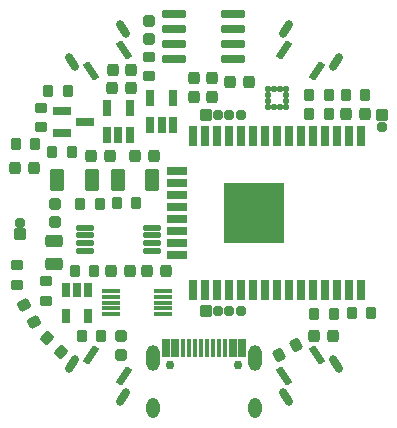
<source format=gts>
G04 #@! TF.GenerationSoftware,KiCad,Pcbnew,(6.0.0-0)*
G04 #@! TF.CreationDate,2022-01-30T22:34:31+10:00*
G04 #@! TF.ProjectId,osw-light,6f73772d-6c69-4676-9874-2e6b69636164,3.3*
G04 #@! TF.SameCoordinates,Original*
G04 #@! TF.FileFunction,Soldermask,Top*
G04 #@! TF.FilePolarity,Negative*
%FSLAX46Y46*%
G04 Gerber Fmt 4.6, Leading zero omitted, Abs format (unit mm)*
G04 Created by KiCad (PCBNEW (6.0.0-0)) date 2022-01-30 22:34:31*
%MOMM*%
%LPD*%
G01*
G04 APERTURE LIST*
G04 Aperture macros list*
%AMRoundRect*
0 Rectangle with rounded corners*
0 $1 Rounding radius*
0 $2 $3 $4 $5 $6 $7 $8 $9 X,Y pos of 4 corners*
0 Add a 4 corners polygon primitive as box body*
4,1,4,$2,$3,$4,$5,$6,$7,$8,$9,$2,$3,0*
0 Add four circle primitives for the rounded corners*
1,1,$1+$1,$2,$3*
1,1,$1+$1,$4,$5*
1,1,$1+$1,$6,$7*
1,1,$1+$1,$8,$9*
0 Add four rect primitives between the rounded corners*
20,1,$1+$1,$2,$3,$4,$5,0*
20,1,$1+$1,$4,$5,$6,$7,0*
20,1,$1+$1,$6,$7,$8,$9,0*
20,1,$1+$1,$8,$9,$2,$3,0*%
%AMHorizOval*
0 Thick line with rounded ends*
0 $1 width*
0 $2 $3 position (X,Y) of the first rounded end (center of the circle)*
0 $4 $5 position (X,Y) of the second rounded end (center of the circle)*
0 Add line between two ends*
20,1,$1,$2,$3,$4,$5,0*
0 Add two circle primitives to create the rounded ends*
1,1,$1,$2,$3*
1,1,$1,$4,$5*%
G04 Aperture macros list end*
%ADD10O,1.102000X2.202000*%
%ADD11O,1.102000X1.702000*%
%ADD12RoundRect,0.051000X-0.300000X-0.725000X0.300000X-0.725000X0.300000X0.725000X-0.300000X0.725000X0*%
%ADD13RoundRect,0.051000X-0.150000X-0.725000X0.150000X-0.725000X0.150000X0.725000X-0.150000X0.725000X0*%
%ADD14C,0.752000*%
%ADD15HorizOval,0.702000X0.251623X-0.387466X-0.251623X0.387466X0*%
%ADD16RoundRect,0.051000X-0.624683X0.502907X0.205347X-0.775227X0.624683X-0.502907X-0.205347X0.775227X0*%
%ADD17HorizOval,0.702000X-0.251623X-0.387466X0.251623X0.387466X0*%
%ADD18RoundRect,0.051000X0.205347X0.775227X-0.624683X-0.502907X-0.205347X-0.775227X0.624683X0.502907X0*%
%ADD19RoundRect,0.251000X-0.335876X-0.053033X-0.053033X-0.335876X0.335876X0.053033X0.053033X0.335876X0*%
%ADD20RoundRect,0.276000X-0.225000X-0.250000X0.225000X-0.250000X0.225000X0.250000X-0.225000X0.250000X0*%
%ADD21RoundRect,0.251000X-0.200000X-0.275000X0.200000X-0.275000X0.200000X0.275000X-0.200000X0.275000X0*%
%ADD22RoundRect,0.251000X0.200000X0.275000X-0.200000X0.275000X-0.200000X-0.275000X0.200000X-0.275000X0*%
%ADD23RoundRect,0.201000X-0.825000X-0.150000X0.825000X-0.150000X0.825000X0.150000X-0.825000X0.150000X0*%
%ADD24RoundRect,0.276000X0.225000X0.250000X-0.225000X0.250000X-0.225000X-0.250000X0.225000X-0.250000X0*%
%ADD25RoundRect,0.276000X0.250000X-0.225000X0.250000X0.225000X-0.250000X0.225000X-0.250000X-0.225000X0*%
%ADD26HorizOval,0.702000X-0.251623X0.387466X0.251623X-0.387466X0*%
%ADD27RoundRect,0.051000X0.624683X-0.502907X-0.205347X0.775227X-0.624683X0.502907X0.205347X-0.775227X0*%
%ADD28RoundRect,0.051000X-0.700000X-0.150000X0.700000X-0.150000X0.700000X0.150000X-0.700000X0.150000X0*%
%ADD29RoundRect,0.151000X0.637500X0.100000X-0.637500X0.100000X-0.637500X-0.100000X0.637500X-0.100000X0*%
%ADD30RoundRect,0.051000X-0.175000X0.187500X-0.175000X-0.187500X0.175000X-0.187500X0.175000X0.187500X0*%
%ADD31RoundRect,0.051000X-0.187500X-0.175000X0.187500X-0.175000X0.187500X0.175000X-0.187500X0.175000X0*%
%ADD32RoundRect,0.251000X-0.275000X0.200000X-0.275000X-0.200000X0.275000X-0.200000X0.275000X0.200000X0*%
%ADD33RoundRect,0.301000X-0.325000X-0.650000X0.325000X-0.650000X0.325000X0.650000X-0.325000X0.650000X0*%
%ADD34RoundRect,0.201000X0.150000X-0.512500X0.150000X0.512500X-0.150000X0.512500X-0.150000X-0.512500X0*%
%ADD35RoundRect,0.051000X-0.300000X0.762000X-0.300000X-0.762000X0.300000X-0.762000X0.300000X0.762000X0*%
%ADD36RoundRect,0.051000X-0.762000X-0.300000X0.762000X-0.300000X0.762000X0.300000X-0.762000X0.300000X0*%
%ADD37RoundRect,0.051000X-2.500000X2.500000X-2.500000X-2.500000X2.500000X-2.500000X2.500000X2.500000X0*%
%ADD38RoundRect,0.201000X-0.587500X-0.150000X0.587500X-0.150000X0.587500X0.150000X-0.587500X0.150000X0*%
%ADD39RoundRect,0.251000X-0.338157X0.035705X-0.138157X-0.310705X0.338157X-0.035705X0.138157X0.310705X0*%
%ADD40HorizOval,0.702000X0.251623X0.387466X-0.251623X-0.387466X0*%
%ADD41RoundRect,0.051000X-0.205347X-0.775227X0.624683X0.502907X0.205347X0.775227X-0.624683X-0.502907X0*%
%ADD42RoundRect,0.051000X-0.325000X0.530000X-0.325000X-0.530000X0.325000X-0.530000X0.325000X0.530000X0*%
%ADD43RoundRect,0.294750X0.456250X-0.243750X0.456250X0.243750X-0.456250X0.243750X-0.456250X-0.243750X0*%
%ADD44RoundRect,0.051000X0.425000X0.425000X-0.425000X0.425000X-0.425000X-0.425000X0.425000X-0.425000X0*%
%ADD45O,0.952000X0.952000*%
%ADD46RoundRect,0.051000X-0.425000X-0.425000X0.425000X-0.425000X0.425000X0.425000X-0.425000X0.425000X0*%
%ADD47RoundRect,0.051000X0.425000X-0.425000X0.425000X0.425000X-0.425000X0.425000X-0.425000X-0.425000X0*%
%ADD48RoundRect,0.251000X-0.035705X-0.338157X0.310705X-0.138157X0.035705X0.338157X-0.310705X0.138157X0*%
G04 APERTURE END LIST*
D10*
X71880000Y-113910000D03*
D11*
X71880000Y-118090000D03*
D10*
X80520000Y-113910000D03*
D11*
X80520000Y-118090000D03*
D12*
X72950000Y-112995000D03*
X73750000Y-112995000D03*
D13*
X74450000Y-112995000D03*
X75450000Y-112995000D03*
X76950000Y-112995000D03*
X77950000Y-112995000D03*
D12*
X78650000Y-112995000D03*
X79450000Y-112995000D03*
X79450000Y-112995000D03*
X78650000Y-112995000D03*
D13*
X77450000Y-112995000D03*
X76450000Y-112995000D03*
X75950000Y-112995000D03*
X74950000Y-112995000D03*
D12*
X73750000Y-112995000D03*
X72950000Y-112995000D03*
D14*
X79090000Y-114440000D03*
X73310000Y-114440000D03*
D15*
X87356383Y-114396284D03*
X83095937Y-117163051D03*
D16*
X85803082Y-113592618D03*
X82993535Y-115417159D03*
D17*
X69304063Y-117163051D03*
X65043617Y-114396284D03*
D18*
X69406465Y-115417159D03*
X66596918Y-113592618D03*
D19*
X62936637Y-112216637D03*
X64103363Y-113383363D03*
D20*
X68355000Y-106500000D03*
X69905000Y-106500000D03*
D21*
X85525000Y-110190000D03*
X87175000Y-110190000D03*
X88201900Y-91643200D03*
X89851900Y-91643200D03*
D22*
X86740500Y-93218000D03*
X85090500Y-93218000D03*
D21*
X85090500Y-91630500D03*
X86740500Y-91630500D03*
D23*
X73661500Y-84759800D03*
X73661500Y-86029800D03*
X73661500Y-87299800D03*
X73661500Y-88569800D03*
X78611500Y-88569800D03*
X78611500Y-87299800D03*
X78611500Y-86029800D03*
X78611500Y-84759800D03*
D24*
X89801900Y-93218000D03*
X88251900Y-93218000D03*
D20*
X85534200Y-111980000D03*
X87084200Y-111980000D03*
D25*
X71564500Y-86881000D03*
X71564500Y-85331000D03*
D24*
X79975000Y-90500000D03*
X78425000Y-90500000D03*
D21*
X68805000Y-100760000D03*
X70455000Y-100760000D03*
D26*
X65043617Y-88803716D03*
X69304063Y-86036949D03*
D27*
X66596918Y-89607382D03*
X69406465Y-87782841D03*
D28*
X68300000Y-108180000D03*
X68300000Y-108680000D03*
X68300000Y-109180000D03*
X68300000Y-109680000D03*
X68300000Y-110180000D03*
X72700000Y-110180000D03*
X72700000Y-109680000D03*
X72700000Y-109180000D03*
X72700000Y-108680000D03*
X72700000Y-108180000D03*
D29*
X71812500Y-104785000D03*
X71812500Y-104135000D03*
X71812500Y-103485000D03*
X71812500Y-102835000D03*
X66087500Y-102835000D03*
X66087500Y-103485000D03*
X66087500Y-104135000D03*
X66087500Y-104785000D03*
D30*
X83120000Y-91067500D03*
X82620000Y-91067500D03*
X82120000Y-91067500D03*
X81620000Y-91067500D03*
D31*
X81607500Y-91580000D03*
X81607500Y-92080000D03*
D30*
X81620000Y-92592500D03*
X82120000Y-92592500D03*
X82620000Y-92592500D03*
X83120000Y-92592500D03*
D31*
X83132500Y-92080000D03*
X83132500Y-91580000D03*
D20*
X71395000Y-106480000D03*
X72945000Y-106480000D03*
D32*
X62800000Y-107395000D03*
X62800000Y-109045000D03*
D22*
X90334600Y-110083600D03*
X88684600Y-110083600D03*
D33*
X68885000Y-98780000D03*
X71835000Y-98780000D03*
D20*
X70385000Y-96740000D03*
X71935000Y-96740000D03*
X75345000Y-91780000D03*
X76895000Y-91780000D03*
X75355000Y-90210000D03*
X76905000Y-90210000D03*
D34*
X71650000Y-94137500D03*
X72600000Y-94137500D03*
X73550000Y-94137500D03*
X73550000Y-91862500D03*
X71650000Y-91862500D03*
D35*
X89512000Y-95100000D03*
X88496000Y-95100000D03*
X87480000Y-95100000D03*
X86464000Y-95100000D03*
X85448000Y-95100000D03*
X84432000Y-95100000D03*
X83416000Y-95100000D03*
X82400000Y-95100000D03*
X81400000Y-95100000D03*
X80368000Y-95100000D03*
X79352000Y-95100000D03*
X78336000Y-95100000D03*
X77320000Y-95100000D03*
X76304000Y-95100000D03*
X75288000Y-95100000D03*
D36*
X73900000Y-98044000D03*
X73900000Y-99060000D03*
X73900000Y-100076000D03*
X73900000Y-101092000D03*
X73900000Y-102108000D03*
X73900000Y-103124000D03*
X73900000Y-104140000D03*
X73900000Y-105156000D03*
D35*
X75288000Y-108100000D03*
X76304000Y-108100000D03*
X77320000Y-108100000D03*
X78336000Y-108100000D03*
X79352000Y-108100000D03*
X80368000Y-108100000D03*
X81384000Y-108100000D03*
X82400000Y-108100000D03*
X83416000Y-108100000D03*
X84432000Y-108100000D03*
X85448000Y-108100000D03*
X86464000Y-108100000D03*
X87480000Y-108100000D03*
X88496000Y-108100000D03*
X89512000Y-108100000D03*
D37*
X80400000Y-101600000D03*
D32*
X71564500Y-88392500D03*
X71564500Y-90042500D03*
D22*
X65005000Y-96430000D03*
X63355000Y-96430000D03*
D32*
X62410000Y-92705000D03*
X62410000Y-94355000D03*
D22*
X61925000Y-95800000D03*
X60275000Y-95800000D03*
D24*
X61775000Y-97800000D03*
X60225000Y-97800000D03*
D38*
X64213500Y-92966500D03*
X64213500Y-94866500D03*
X66088500Y-93916500D03*
D22*
X66885000Y-106490000D03*
X65235000Y-106490000D03*
X67355000Y-100880000D03*
X65705000Y-100880000D03*
D25*
X63600000Y-102375000D03*
X63600000Y-100825000D03*
D39*
X60937500Y-109405529D03*
X61762500Y-110834471D03*
D40*
X83095937Y-86036949D03*
X87356383Y-88803716D03*
D41*
X82993535Y-87782841D03*
X85803082Y-89607382D03*
D20*
X66650000Y-96740000D03*
X68200000Y-96740000D03*
X68445000Y-91050000D03*
X69995000Y-91050000D03*
D33*
X63725000Y-98770000D03*
X66675000Y-98770000D03*
D20*
X68495000Y-89480000D03*
X70045000Y-89480000D03*
D34*
X67990000Y-94987500D03*
X68940000Y-94987500D03*
X69890000Y-94987500D03*
X69890000Y-92712500D03*
X67990000Y-92712500D03*
D25*
X69200000Y-113595000D03*
X69200000Y-112045000D03*
D42*
X66380000Y-108090000D03*
X65430000Y-108090000D03*
X64480000Y-108090000D03*
X64480000Y-110290000D03*
X66380000Y-110290000D03*
D43*
X63520000Y-105887500D03*
X63520000Y-104012500D03*
D22*
X64642500Y-91249500D03*
X62992500Y-91249500D03*
D44*
X60640000Y-103417500D03*
D45*
X60640000Y-102417500D03*
D32*
X60340000Y-106045000D03*
X60340000Y-107695000D03*
D22*
X67515000Y-111980000D03*
X65865000Y-111980000D03*
D46*
X91240000Y-93332500D03*
D45*
X91240000Y-94332500D03*
D47*
X76350000Y-93300000D03*
D45*
X77350000Y-93300000D03*
X78350000Y-93300000D03*
X79350000Y-93300000D03*
D48*
X82560529Y-113637500D03*
X83989471Y-112812500D03*
D47*
X76350000Y-109910000D03*
D45*
X77350000Y-109910000D03*
X78350000Y-109910000D03*
X79350000Y-109910000D03*
M02*

</source>
